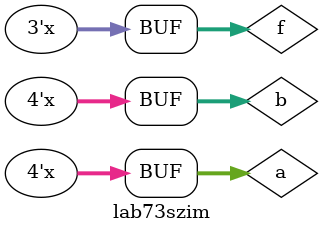
<source format=v>
`timescale 1ns / 1ps


module lab73szim;

	// Inputs
	reg [3:0] a;
	reg [3:0] b;
	reg [2:0] f;

	// Outputs
	wire [7:0] r;

	// Instantiate the Unit Under Test (UUT)
	alu_top uut (
		.a(a), 
		.b(b), 
		.f(f), 
		.r(r)
	);

	initial begin
		// Initialize Inputs
		a = 0;
		b = 0;
		f = 0;

		// Wait 100 ns for global reset to finish
        
		// Add stimulus here

	end
	always # 4000
a= a+1;
always # 800
b= b+1;
always # 50
f= f+1;
      
endmodule


</source>
